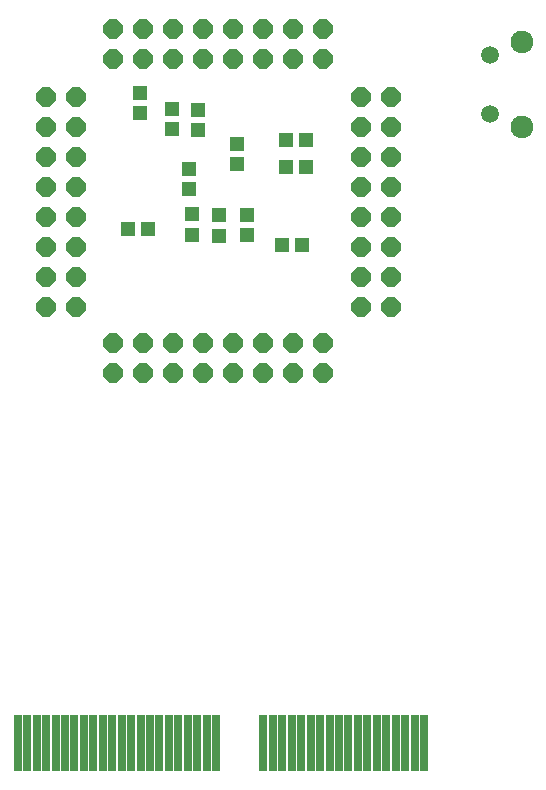
<source format=gbs>
G75*
%MOIN*%
%OFA0B0*%
%FSLAX25Y25*%
%IPPOS*%
%LPD*%
%AMOC8*
5,1,8,0,0,1.08239X$1,22.5*
%
%ADD10R,0.04737X0.05131*%
%ADD11R,0.05131X0.04737*%
%ADD12OC8,0.06400*%
%ADD13C,0.05950*%
%ADD14C,0.07591*%
%ADD15R,0.03162X0.18517*%
D10*
X0120051Y0190906D03*
X0120051Y0197599D03*
X0118980Y0205994D03*
X0118980Y0212686D03*
X0121796Y0225782D03*
X0121796Y0232475D03*
X0113396Y0232646D03*
X0113396Y0225953D03*
X0128990Y0197275D03*
X0128990Y0190583D03*
X0138358Y0190614D03*
X0138358Y0197307D03*
D11*
X0149869Y0187334D03*
X0156562Y0187334D03*
X0157951Y0213463D03*
X0151258Y0213463D03*
X0151297Y0222377D03*
X0157990Y0222377D03*
X0134800Y0221146D03*
X0134800Y0214454D03*
X0105201Y0192720D03*
X0098508Y0192720D03*
X0102680Y0231494D03*
X0102680Y0238186D03*
D12*
X0103680Y0249340D03*
X0103680Y0259340D03*
X0093680Y0259340D03*
X0093680Y0249340D03*
X0081180Y0236840D03*
X0081180Y0226840D03*
X0081180Y0216840D03*
X0081180Y0206840D03*
X0081180Y0196840D03*
X0081180Y0186840D03*
X0081180Y0176840D03*
X0081180Y0166840D03*
X0071180Y0166840D03*
X0071180Y0176840D03*
X0071180Y0186840D03*
X0071180Y0196840D03*
X0071180Y0206840D03*
X0071180Y0216840D03*
X0071180Y0226840D03*
X0071180Y0236840D03*
X0113680Y0249340D03*
X0113680Y0259340D03*
X0123680Y0259340D03*
X0123680Y0249340D03*
X0133680Y0249340D03*
X0133680Y0259340D03*
X0143680Y0259340D03*
X0143680Y0249340D03*
X0153680Y0249340D03*
X0153680Y0259340D03*
X0163680Y0259340D03*
X0163680Y0249340D03*
X0176180Y0236840D03*
X0176180Y0226840D03*
X0176180Y0216840D03*
X0176180Y0206840D03*
X0176180Y0196840D03*
X0176180Y0186840D03*
X0176180Y0176840D03*
X0176180Y0166840D03*
X0186180Y0166840D03*
X0186180Y0176840D03*
X0186180Y0186840D03*
X0186180Y0196840D03*
X0186180Y0206840D03*
X0186180Y0216840D03*
X0186180Y0226840D03*
X0186180Y0236840D03*
X0163680Y0154840D03*
X0163680Y0144840D03*
X0153680Y0144840D03*
X0153680Y0154840D03*
X0143680Y0154840D03*
X0143680Y0144840D03*
X0133680Y0144840D03*
X0133680Y0154840D03*
X0123680Y0154840D03*
X0123680Y0144840D03*
X0113680Y0144840D03*
X0113680Y0154840D03*
X0103680Y0154840D03*
X0103680Y0144840D03*
X0093680Y0144840D03*
X0093680Y0154840D03*
D13*
X0219361Y0231147D03*
X0219361Y0250833D03*
D14*
X0229991Y0255153D03*
X0229991Y0226827D03*
D15*
X0061830Y0021289D03*
X0064979Y0021289D03*
X0068129Y0021289D03*
X0071278Y0021289D03*
X0074428Y0021289D03*
X0077578Y0021289D03*
X0080727Y0021289D03*
X0083877Y0021289D03*
X0087026Y0021289D03*
X0090176Y0021289D03*
X0093326Y0021289D03*
X0096475Y0021289D03*
X0099625Y0021289D03*
X0102774Y0021289D03*
X0105924Y0021289D03*
X0109074Y0021289D03*
X0112223Y0021289D03*
X0115373Y0021289D03*
X0118523Y0021289D03*
X0121672Y0021289D03*
X0124822Y0021289D03*
X0127971Y0021289D03*
X0143719Y0021289D03*
X0146869Y0021289D03*
X0150019Y0021289D03*
X0153168Y0021289D03*
X0156318Y0021289D03*
X0159467Y0021289D03*
X0162617Y0021289D03*
X0165767Y0021289D03*
X0168916Y0021289D03*
X0172066Y0021289D03*
X0175215Y0021289D03*
X0178365Y0021289D03*
X0181515Y0021289D03*
X0184664Y0021289D03*
X0187814Y0021289D03*
X0190963Y0021289D03*
X0194113Y0021289D03*
X0197263Y0021289D03*
M02*

</source>
